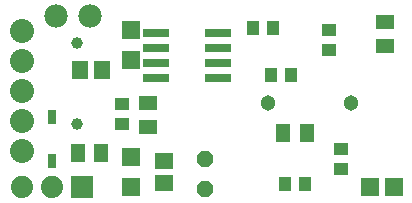
<source format=gts>
G75*
%MOIN*%
%OFA0B0*%
%FSLAX25Y25*%
%IPPOS*%
%LPD*%
%AMOC8*
5,1,8,0,0,1.08239X$1,22.5*
%
%ADD10R,0.05518X0.06306*%
%ADD11OC8,0.05600*%
%ADD12R,0.06306X0.05518*%
%ADD13C,0.07400*%
%ADD14R,0.07400X0.07400*%
%ADD15C,0.03943*%
%ADD16C,0.07800*%
%ADD17C,0.08000*%
%ADD18R,0.05943X0.05943*%
%ADD19R,0.04731X0.05912*%
%ADD20R,0.05912X0.04731*%
%ADD21R,0.09061X0.02762*%
%ADD22R,0.04731X0.04337*%
%ADD23R,0.04337X0.04731*%
%ADD24R,0.03156X0.05124*%
%ADD25C,0.05124*%
D10*
X0028360Y0050100D03*
X0035840Y0050100D03*
D11*
X0070100Y0020600D03*
X0070100Y0010600D03*
D12*
X0056600Y0012360D03*
X0056600Y0019840D03*
D13*
X0009100Y0011100D03*
X0019100Y0011100D03*
D14*
X0029100Y0011100D03*
D15*
X0027600Y0032214D03*
X0027600Y0058986D03*
D16*
X0031800Y0068100D03*
X0020400Y0068100D03*
D17*
X0009100Y0063100D03*
X0009100Y0053100D03*
X0009100Y0043100D03*
X0009100Y0033100D03*
X0009100Y0023100D03*
D18*
X0045600Y0021100D03*
X0045600Y0011100D03*
X0045600Y0053600D03*
X0045600Y0063600D03*
X0125100Y0011100D03*
X0133100Y0011100D03*
D19*
X0104037Y0029100D03*
X0096163Y0029100D03*
X0035537Y0022600D03*
X0027663Y0022600D03*
D20*
X0051100Y0031163D03*
X0051100Y0039037D03*
X0130100Y0058163D03*
X0130100Y0066037D03*
D21*
X0074336Y0062600D03*
X0074336Y0057600D03*
X0074336Y0052600D03*
X0074336Y0047600D03*
X0053864Y0047600D03*
X0053864Y0052600D03*
X0053864Y0057600D03*
X0053864Y0062600D03*
D22*
X0042600Y0038946D03*
X0042600Y0032254D03*
X0111600Y0056754D03*
X0111600Y0063446D03*
X0115600Y0023946D03*
X0115600Y0017254D03*
D23*
X0103446Y0012100D03*
X0096754Y0012100D03*
X0098946Y0048600D03*
X0092254Y0048600D03*
X0092946Y0064100D03*
X0086254Y0064100D03*
D24*
X0019100Y0034383D03*
X0019100Y0019817D03*
D25*
X0091242Y0039072D03*
X0118801Y0039072D03*
M02*

</source>
